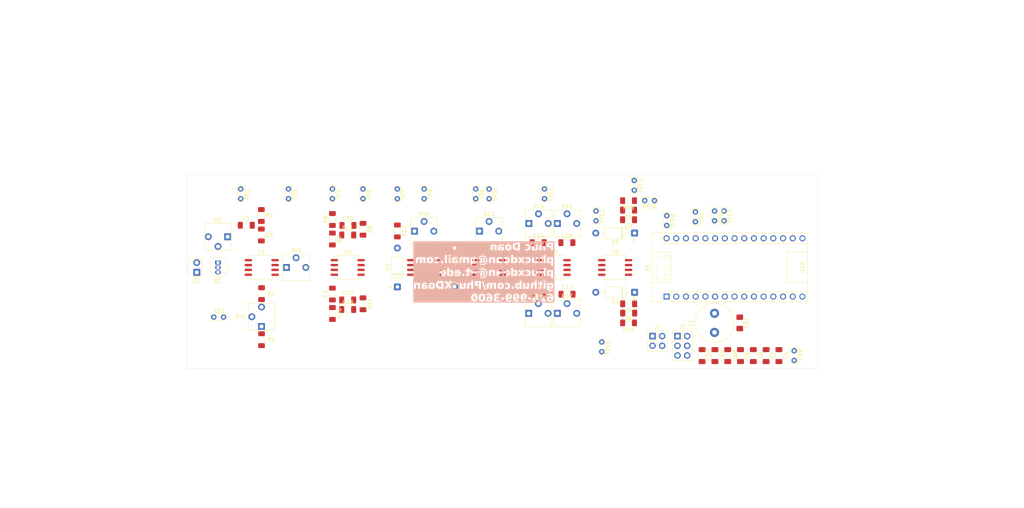
<source format=kicad_pcb>
(kicad_pcb (version 20241229) (generator "pcbnew") (generator_version "9.0")
  (layers (0 "F.Cu" signal) (4 "In1.Cu" power) (6 "In2.Cu" power) (2 "B.Cu" signal) (13 "F.Paste" user) (15 "B.Paste" user) (5 "F.SilkS" user "F.Silkscreen") (7 "B.SilkS" user "B.Silkscreen") (1 "F.Mask" user) (3 "B.Mask" user) (25 "Edge.Cuts" user))
  (net 0 "")
  (net 1 "Net-(D1-A)")
  (net 2 "+5V")
  (net 3 "Net-(Q1-C)")
  (net 4 "GND")
  (net 5 "Net-(U1A-+)")
  (net 6 "Net-(R4-Pad2)")
  (net 7 "Net-(R5-Pad1)")
  (net 8 "Net-(C10-Pad2)")
  (net 9 "Net-(U1B--)")
  (net 10 "Net-(U1A--)")
  (net 11 "Net-(U1B-+)")
  (net 13 "Net-(A1-D4)")
  (net 14 "Net-(A1-D2)")
  (net 21 "Net-(A1-VIN)")
  (net 30 "Net-(A1-D3)")
  (net 39 "Net-(C10-Pad1)")
  (net 40 "Net-(U2A-+)")
  (net 41 "Net-(C12-Pad2)")
  (net 42 "Net-(C12-Pad1)")
  (net 43 "Net-(U2B-+)")
  (net 44 "Net-(R6-Pad2)")
  (net 45 "Net-(D2-A)")
  (net 46 "Net-(D2-K)")
  (net 47 "Net-(D3-A)")
  (net 48 "Net-(U3B-+)")
  (net 49 "Net-(U3A-+)")
  (net 50 "Net-(U4B--)")
  (net 51 "Net-(U4A--)")
  (net 52 "Net-(C14-Pad1)")
  (net 53 "Net-(U5A-+)")
  (net 54 "Net-(C16-Pad1)")
  (net 55 "Net-(U5B-+)")
  (net 56 "Net-(D4-K)")
  (net 57 "Net-(D5-K)")
  (net 58 "Net-(D4-A)")
  (net 59 "Net-(D5-A)")
  (net 60 "Net-(U6B-+)")
  (net 61 "+5VA")
  (net 62 "Net-(J2-Pin_2)")
  (net 63 "Net-(J1-Pin_b1)")
  (net 64 "Net-(J2-Pin_6)")
  (footprint "deps:Trimmer 3362P" (layer "F.Cu") (at 143 89)
    (property "Reference" "R13" (at 0 -4.5 0) (layer "F.SilkS"))
    (property "Value" "100k")
    (pad "" thru_hole circle (at 2.54 0) (size 1.8 1.8) (drill 1) (layers "*.Cu" "*.Mask") (clearance 0) (thermal_bridge_width 0) (thermal_gap 0))
    (pad "1" thru_hole rect (at -2.54 0) (size 1.8 1.8) (drill 1) (layers "*.Cu" "*.Mask") (net 4 "GND") (clearance 0) (thermal_bridge_width 0) (thermal_gap 0))
    (pad "2" thru_hole circle (at 0 -2.54) (size 1.8 1.8) (drill 1) (layers "*.Cu" "*.Mask") (net 48 "Net-(U3B-+)") (clearance 0) (thermal_bridge_width 0) (thermal_gap 0))
  )
  (footprint "Diode_THT:D_A-405_P10.16mm_Horizontal" (layer "F.Cu") (at 181.079999 105 180)
    (property "Reference" "D4" (at 5.08 -2.47 0) (layer "F.SilkS"))
    (property "Value" "1N5817")
    (fp_text user "K" (at 0 -1.9 0) (layer "F.SilkS"))
    (pad "1" thru_hole roundrect (at 0 0 180) (size 1.8 1.8) (drill 0.9) (layers "*.Cu" "*.Mask") (roundrect_rratio 0.138889) (net 56 "Net-(D4-K)"))
    (pad "2" thru_hole circle (at 10.16 0 180) (size 1.8 1.8) (drill 0.9) (layers "*.Cu" "*.Mask") (net 58 "Net-(D4-A)"))
  )
  (footprint "Capacitor_SMD:C_1206_3216Metric_Pad1.33x1.80mm_HandSolder" (layer "F.Cu") (at 163.4 105.5)
    (property "Reference" "C17" (at 0 -1.85 0) (layer "F.SilkS"))
    (property "Value" "4n7")
    (pad "1" smd roundrect (at -1.5625 0) (size 1.325 1.8) (layers "F.Cu" "F.Mask" "F.Paste") (roundrect_rratio 0.188679) (net 55 "Net-(U5B-+)"))
    (pad "2" smd roundrect (at 1.5625 0) (size 1.325 1.8) (layers "F.Cu" "F.Mask" "F.Paste") (roundrect_rratio 0.188679) (net 4 "GND"))
  )
  (footprint "Capacitor_SMD:C_1206_3216Metric_Pad1.33x1.80mm_HandSolder" (layer "F.Cu") (at 179.5 86 180)
    (property "Reference" "C2" (at 0 -1.850001 0) (layer "F.SilkS"))
    (property "Value" "1u")
    (pad "1" smd roundrect (at -1.5625 0 180) (size 1.325 1.8) (layers "F.Cu" "F.Mask" "F.Paste") (roundrect_rratio 0.188679) (net 56 "Net-(D4-K)"))
    (pad "2" smd roundrect (at 1.5625 0 180) (size 1.325 1.8) (layers "F.Cu" "F.Mask" "F.Paste") (roundrect_rratio 0.188679) (net 4 "GND"))
  )
  (footprint "deps:Trimmer 3362P" (layer "F.Cu") (at 163.4 87)
    (property "Reference" "R15" (at 0 -4.5 0) (layer "F.SilkS"))
    (property "Value" "100k")
    (pad "" thru_hole circle (at 2.54 0) (size 1.8 1.8) (drill 1) (layers "*.Cu" "*.Mask") (clearance 0) (thermal_bridge_width 0) (thermal_gap 0))
    (pad "1" thru_hole rect (at -2.54 0) (size 1.8 1.8) (drill 1) (layers "*.Cu" "*.Mask") (net 52 "Net-(C14-Pad1)") (clearance 0) (thermal_bridge_width 0) (thermal_gap 0))
    (pad "2" thru_hole circle (at 0 -2.54) (size 1.8 1.8) (drill 1) (layers "*.Cu" "*.Mask") (net 53 "Net-(U5A-+)") (clearance 0) (thermal_bridge_width 0) (thermal_gap 0))
  )
  (footprint "TestPoint:TestPoint_Bridge_Pitch2.54mm_Drill0.7mm" (layer "F.Cu") (at 143 80.5 90)
    (property "Reference" "TP10" (at 1.1 1.7 90) (layer "F.SilkS"))
    (property "Value" "TestPoint")
    (pad "1" thru_hole circle (at 0 0 90) (size 1.4 1.4) (drill 0.7) (layers "*.Cu" "*.Mask") (net 48 "Net-(U3B-+)"))
    (pad "1" thru_hole circle (at 2.54 0 90) (size 1.4 1.4) (drill 0.7) (layers "*.Cu" "*.Mask") (net 48 "Net-(U3B-+)"))
  )
  (footprint "Resistor_SMD:R_1206_3216Metric_Pad1.30x1.75mm_HandSolder" (layer "F.Cu") (at 119 88.949999 -90)
    (property "Reference" "R12" (at 0 -1.829999 90) (layer "F.SilkS"))
    (property "Value" "1k")
    (pad "1" smd roundrect (at -1.55 0 270) (size 1.3 1.75) (layers "F.Cu" "F.Mask" "F.Paste") (roundrect_rratio 0.192308) (net 41 "Net-(C12-Pad2)"))
    (pad "2" smd roundrect (at 1.55 0 270) (size 1.3 1.75) (layers "F.Cu" "F.Mask" "F.Paste") (roundrect_rratio 0.192308) (net 45 "Net-(D2-A)"))
  )
  (footprint "Capacitor_SMD:C_1206_3216Metric_Pad1.33x1.80mm_HandSolder" (layer "F.Cu") (at 202.1 121.5625 -90)
    (property "Reference" "C19" (at 0 -1.850001 90) (layer "F.SilkS"))
    (property "Value" "10n")
    (pad "1" smd roundrect (at -1.5625 0 270) (size 1.325 1.8) (layers "F.Cu" "F.Mask" "F.Paste") (roundrect_rratio 0.188679) (net 61 "+5VA"))
    (pad "2" smd roundrect (at 1.5625 0 270) (size 1.325 1.8) (layers "F.Cu" "F.Mask" "F.Paste") (roundrect_rratio 0.188679) (net 4 "GND"))
  )
  (footprint "Capacitor_SMD:C_1206_3216Metric_Pad1.33x1.80mm_HandSolder" (layer "F.Cu") (at 212.150002 121.5625 -90)
    (property "Reference" "C8" (at 0 -1.850001 90) (layer "F.SilkS"))
    (property "Value" "470n")
    (pad "1" smd roundrect (at -1.5625 0 270) (size 1.325 1.8) (layers "F.Cu" "F.Mask" "F.Paste") (roundrect_rratio 0.188679) (net 61 "+5VA"))
    (pad "2" smd roundrect (at 1.5625 0 270) (size 1.325 1.8) (layers "F.Cu" "F.Mask" "F.Paste") (roundrect_rratio 0.188679) (net 4 "GND"))
  )
  (footprint "deps:Trimmer 3362P" (layer "F.Cu") (at 163.4 110.5)
    (property "Reference" "R17" (at 0 -4.5 0) (layer "F.SilkS"))
    (property "Value" "100k")
    (pad "" thru_hole circle (at 2.54 0) (size 1.8 1.8) (drill 1) (layers "*.Cu" "*.Mask") (clearance 0) (thermal_bridge_width 0) (thermal_gap 0))
    (pad "1" thru_hole rect (at -2.54 0) (size 1.8 1.8) (drill 1) (layers "*.Cu" "*.Mask") (net 54 "Net-(C16-Pad1)") (clearance 0) (thermal_bridge_width 0) (thermal_gap 0))
    (pad "2" thru_hole circle (at 0 -2.54) (size 1.8 1.8) (drill 1) (layers "*.Cu" "*.Mask") (net 55 "Net-(U5B-+)") (clearance 0) (thermal_bridge_width 0) (thermal_gap 0))
  )
  (footprint "Capacitor_SMD:C_1206_3216Metric_Pad1.33x1.80mm_HandSolder" (layer "F.Cu") (at 106.0625 87.5)
    (property "Reference" "C10" (at 0 -1.85 0) (layer "F.SilkS"))
    (property "Value" "4n7")
    (pad "1" smd roundrect (at -1.5625 0) (size 1.325 1.8) (layers "F.Cu" "F.Mask" "F.Paste") (roundrect_rratio 0.188679) (net 39 "Net-(C10-Pad1)"))
    (pad "2" smd roundrect (at 1.5625 0) (size 1.325 1.8) (layers "F.Cu" "F.Mask" "F.Paste") (roundrect_rratio 0.188679) (net 8 "Net-(C10-Pad2)"))
  )
  (footprint "Package_SO:SOIC-8_5.3x6.2mm_P1.27mm" (layer "F.Cu") (at 83.5 98.500001)
    (property "Reference" "U1" (at 0 -4.05 0) (layer "F.SilkS"))
    (property "Value" "LM358")
    (pad "1" smd roundrect (at -3.5 -1.905) (size 1.9 0.6) (layers "F.Cu" "F.Mask" "F.Paste") (net 10 "Net-(U1A--)"))
    (pad "2" smd roundrect (at -3.5 -0.635) (size 1.9 0.6) (layers "F.Cu" "F.Mask" "F.Paste") (net 10 "Net-(U1A--)"))
    (pad "3" smd roundrect (at -3.5 0.635) (size 1.9 0.6) (layers "F.Cu" "F.Mask" "F.Paste") (net 5 "Net-(U1A-+)"))
    (pad "4" smd roundrect (at -3.5 1.905) (size 1.9 0.6) (layers "F.Cu" "F.Mask" "F.Paste") (net 4 "GND"))
    (pad "5" smd roundrect (at 3.5 1.905) (size 1.9 0.6) (layers "F.Cu" "F.Mask" "F.Paste") (net 11 "Net-(U1B-+)"))
    (pad "6" smd roundrect (at 3.5 0.635) (size 1.9 0.6) (layers "F.Cu" "F.Mask" "F.Paste") (net 9 "Net-(U1B--)"))
    (pad "7" smd roundrect (at 3.5 -0.635) (size 1.9 0.6) (layers "F.Cu" "F.Mask" "F.Paste") (net 44 "Net-(R6-Pad2)"))
    (pad "8" smd roundrect (at 3.5 -1.905) (size 1.9 0.6) (layers "F.Cu" "F.Mask" "F.Paste") (net 61 "+5VA"))
  )
  (footprint "Capacitor_SMD:C_1206_3216Metric_Pad1.33x1.80mm_HandSolder" (layer "F.Cu") (at 155.9 105.5)
    (property "Reference" "C16" (at 0 -1.85 0) (layer "F.SilkS"))
    (property "Value" "1u")
    (pad "1" smd roundrect (at -1.5625 0) (size 1.325 1.8) (layers "F.Cu" "F.Mask" "F.Paste") (roundrect_rratio 0.188679) (net 54 "Net-(C16-Pad1)"))
    (pad "2" smd roundrect (at 1.5625 0) (size 1.325 1.8) (layers "F.Cu" "F.Mask" "F.Paste") (roundrect_rratio 0.188679) (net 59 "Net-(D5-A)"))
  )
  (footprint "Resistor_SMD:R_1206_3216Metric_Pad1.30x1.75mm_HandSolder" (layer "F.Cu") (at 110 108 -90)
    (property "Reference" "R11" (at 0 -1.829999 90) (layer "F.SilkS"))
    (property "Value" "33k")
    (pad "1" smd roundrect (at -1.55 0 270) (size 1.3 1.75) (layers "F.Cu" "F.Mask" "F.Paste") (roundrect_rratio 0.192308) (net 41 "Net-(C12-Pad2)"))
    (pad "2" smd roundrect (at 1.55 0 270) (size 1.3 1.75) (layers "F.Cu" "F.Mask" "F.Paste") (roundrect_rratio 0.192308) (net 43 "Net-(U2B-+)"))
  )
  (footprint "TestPoint:TestPoint_Bridge_Pitch2.54mm_Drill0.7mm" (layer "F.Cu") (at 204.5 86.27 90)
    (property "Reference" "TP17" (at 1.1 1.7 90) (layer "F.SilkS"))
    (property "Value" "TestPoint")
    (pad "1" thru_hole circle (at 0 0 90) (size 1.4 1.4) (drill 0.7) (layers "*.Cu" "*.Mask") (net 13 "Net-(A1-D4)"))
    (pad "1" thru_hole circle (at 2.54 0 90) (size 1.4 1.4) (drill 0.7) (layers "*.Cu" "*.Mask") (net 13 "Net-(A1-D4)"))
  )
  (footprint "Inductor_THT:L_Radial_D10.0mm_P5.00mm_Neosid_SD12k_style3" (layer "F.Cu") (at 202 115.5 90)
    (property "Reference" "L1" (at 2.5 -6.249999 90) (layer "F.SilkS"))
    (property "Value" "20m")
    (pad "1" thru_hole circle (at 0 0 90) (size 2.4 2.4) (drill 1.2) (layers "*.Cu" "*.Mask") (net 61 "+5VA"))
    (pad "2" thru_hole circle (at 5 0 90) (size 2.4 2.4) (drill 1.2) (layers "*.Cu" "*.Mask") (net 64 "Net-(J2-Pin_6)"))
  )
  (footprint "TestPoint:TestPoint_Bridge_Pitch2.54mm_Drill0.7mm" (layer "F.Cu") (at 189.5 87.5 90)
    (property "Reference" "TP18" (at 1.1 1.7 90) (layer "F.SilkS"))
    (property "Value" "TestPoint")
    (pad "1" thru_hole circle (at 0 0 90) (size 1.4 1.4) (drill 0.7) (layers "*.Cu" "*.Mask") (net 21 "Net-(A1-VIN)"))
    (pad "1" thru_hole circle (at 2.54 0 90) (size 1.4 1.4) (drill 0.7) (layers "*.Cu" "*.Mask") (net 21 "Net-(A1-VIN)"))
  )
  (footprint "Capacitor_SMD:C_1206_3216Metric_Pad1.33x1.80mm_HandSolder" (layer "F.Cu") (at 179.5 83.5 180)
    (property "Reference" "C3" (at 0 -1.850001 0) (layer "F.SilkS"))
    (property "Value" "1u")
    (pad "1" smd roundrect (at -1.5625 0 180) (size 1.325 1.8) (layers "F.Cu" "F.Mask" "F.Paste") (roundrect_rratio 0.188679) (net 56 "Net-(D4-K)"))
    (pad "2" smd roundrect (at 1.5625 0 180) (size 1.325 1.8) (layers "F.Cu" "F.Mask" "F.Paste") (roundrect_rratio 0.188679) (net 4 "GND"))
  )
  (footprint "Capacitor_SMD:C_1206_3216Metric_Pad1.33x1.80mm_HandSolder" (layer "F.Cu") (at 106 107)
    (property "Reference" "C12" (at 0 -1.85 0) (layer "F.SilkS"))
    (property "Value" "4n7")
    (pad "1" smd roundrect (at -1.5625 0) (size 1.325 1.8) (layers "F.Cu" "F.Mask" "F.Paste") (roundrect_rratio 0.188679) (net 42 "Net-(C12-Pad1)"))
    (pad "2" smd roundrect (at 1.5625 0) (size 1.325 1.8) (layers "F.Cu" "F.Mask" "F.Paste") (roundrect_rratio 0.188679) (net 41 "Net-(C12-Pad2)"))
  )
  (footprint "TestPoint:TestPoint_Bridge_Pitch2.54mm_Drill0.7mm" (layer "F.Cu") (at 183.73 81)
    (property "Reference" "TP14" (at 1.1 1.7 0) (layer "F.SilkS"))
    (property "Value" "TestPoint")
    (pad "1" thru_hole circle (at 0 0) (size 1.4 1.4) (drill 0.7) (layers "*.Cu" "*.Mask") (net 56 "Net-(D4-K)"))
    (pad "1" thru_hole circle (at 2.54 0) (size 1.4 1.4) (drill 0.7) (layers "*.Cu" "*.Mask") (net 56 "Net-(D4-K)"))
  )
  (footprint "Inductor_SMD:L_1206_3216Metric_Pad1.42x1.75mm_HandSolder" (layer "F.Cu") (at 208.6 113 -90)
    (property "Reference" "FB1" (at 0 -1.829999 90) (layer "F.SilkS"))
    (property "Value" "100R @ 100MHz")
    (pad "1" smd roundrect (at -1.4875 0 270) (size 1.425 1.75) (layers "F.Cu" "F.Mask" "F.Paste") (roundrect_rratio 0.175439) (net 62 "Net-(J2-Pin_2)"))
    (pad "2" smd roundrect (at 1.4875 0 270) (size 1.425 1.75) (layers "F.Cu" "F.Mask" "F.Paste") (roundrect_rratio 0.175439) (net 61 "+5VA"))
  )
  (footprint "Package_SO:SOIC-8_5.3x6.2mm_P1.27mm" (layer "F.Cu") (at 126 98.5)
    (property "Reference" "U3" (at 0 -4.05 0) (layer "F.SilkS"))
    (property "Value" "LM358")
    (pad "1" smd roundrect (at -3.5 -1.905) (size 1.9 0.6) (layers "F.Cu" "F.Mask" "F.Paste") (net 46 "Net-(D2-K)"))
    (pad "2" smd roundrect (at -3.5 -0.635) (size 1.9 0.6) (layers "F.Cu" "F.Mask" "F.Paste") (net 45 "Net-(D2-A)"))
    (pad "3" smd roundrect (at -3.5 0.635) (size 1.9 0.6) (layers "F.Cu" "F.Mask" "F.Paste") (net 49 "Net-(U3A-+)"))
    (pad "4" smd roundrect (at -3.5 1.905) (size 1.9 0.6) (layers "F.Cu" "F.Mask" "F.Paste") (net 4 "GND"))
    (pad "5" smd roundrect (at 3.5 1.905) (size 1.9 0.6) (layers "F.Cu" "F.Mask" "F.Paste") (net 48 "Net-(U3B-+)"))
    (pad "6" smd roundrect (at 3.5 0.635) (size 1.9 0.6) (layers "F.Cu" "F.Mask" "F.Paste") (net 45 "Net-(D2-A)"))
    (pad "7" smd roundrect (at 3.5 -0.635) (size 1.9 0.6) (layers "F.Cu" "F.Mask" "F.Paste") (net 47 "Net-(D3-A)"))
    (pad "8" smd roundrect (at 3.5 -1.905) (size 1.9 0.6) (layers "F.Cu" "F.Mask" "F.Paste") (net 61 "+5VA"))
  )
  (footprint "Capacitor_SMD:C_1206_3216Metric_Pad1.33x1.80mm_HandSolder" (layer "F.Cu") (at 198.750001 121.5625 -90)
    (property "Reference" "C20" (at 0 -1.850001 90) (layer "F.SilkS"))
    (property "Value" "1n")
    (pad "1" smd roundrect (at -1.5625 0 270) (size 1.325 1.8) (layers "F.Cu" "F.Mask" "F.Paste") (roundrect_rratio 0.188679) (net 61 "+5VA"))
    (pad "2" smd roundrect (at 1.5625 0 270) (size 1.325 1.8) (layers "F.Cu" "F.Mask" "F.Paste") (roundrect_rratio 0.188679) (net 4 "GND"))
  )
  (footprint "TestPoint:TestPoint_Bridge_Pitch2.54mm_Drill0.7mm" (layer "F.Cu") (at 102 80.5 90)
    (property "Reference" "TP4" (at 1.1 1.7 90) (layer "F.SilkS"))
    (property "Value" "TestPoint")
    (pad "1" thru_hole circle (at 0 0 90) (size 1.4 1.4) (drill 0.7) (layers "*.Cu" "*.Mask") (net 44 "Net-(R6-Pad2)"))
    (pad "1" thru_hole circle (at 2.54 0 90) (size 1.4 1.4) (drill 0.7) (layers "*.Cu" "*.Mask") (net 44 "Net-(R6-Pad2)"))
  )
  (footprint "TestPoint:TestPoint_Bridge_Pitch2.54mm_Drill0.7mm" (layer "F.Cu") (at 90.5 80.5 90)
    (property "Reference" "TP3" (at 1.1 1.7 90) (layer "F.SilkS"))
    (property "Value" "TestPoint")
    (pad "1" thru_hole circle (at 0 0 90) (size 1.4 1.4) (drill 0.7) (layers "*.Cu" "*.Mask") (net 10 "Net-(U1A--)"))
    (pad "1" thru_hole circle (at 2.54 0 90) (size 1.4 1.4) (drill 0.7) (layers "*.Cu" "*.Mask") (net 10 "Net-(U1A--)"))
  )
  (footprint "TestPoint:TestPoint_Bridge_Pitch2.54mm_Drill0.7mm" (layer "F.Cu") (at 172.5 120.54 90)
    (property "Reference" "TP15" (at 1.1 1.7 90) (layer "F.SilkS"))
    (property "Value" "TestPoint")
    (pad "1" thru_hole circle (at 0 0 90) (size 1.4 1.4) (drill 0.7) (layers "*.Cu" "*.Mask") (net 14 "Net-(A1-D2)"))
    (pad "1" thru_hole circle (at 2.54 0 90) (size 1.4 1.4) (drill 0.7) (layers "*.Cu" "*.Mask") (net 14 "Net-(A1-D2)"))
  )
  (footprint "Resistor_SMD:R_1206_3216Metric_Pad1.30x1.75mm_HandSolder" (layer "F.Cu") (at 179.5 113 180)
    (property "Reference" "R19" (at 0 -1.829999 0) (layer "F.SilkS"))
    (property "Value" "100k")
    (pad "1" smd roundrect (at -1.55 0 180) (size 1.3 1.75) (layers "F.Cu" "F.Mask" "F.Paste") (roundrect_rratio 0.192308) (net 57 "Net-(D5-K)"))
    (pad "2" smd roundrect (at 1.55 0 180) (size 1.3 1.75) (layers "F.Cu" "F.Mask" "F.Paste") (roundrect_rratio 0.192308) (net 4 "GND"))
  )
  (footprint "Diode_THT:D_A-405_P10.16mm_Horizontal" (layer "F.Cu") (at 119 103.58 90)
    (property "Reference" "D2" (at 5.08 -2.47 90) (layer "F.SilkS"))
    (property "Value" "1N5817")
    (fp_text user "K" (at 0 -1.9 90) (layer "F.SilkS"))
    (pad "1" thru_hole roundrect (at 0 0 90) (size 1.8 1.8) (drill 0.9) (layers "*.Cu" "*.Mask") (roundrect_rratio 0.138889) (net 46 "Net-(D2-K)"))
    (pad "2" thru_hole circle (at 10.16 0 90) (size 1.8 1.8) (drill 0.9) (layers "*.Cu" "*.Mask") (net 45 "Net-(D2-A)"))
  )
  (footprint "Resistor_SMD:R_1206_3216Metric_Pad1.30x1.75mm_HandSolder" (layer "F.Cu") (at 102 91.050001 -90)
    (property "Reference" "R7" (at 0 -1.829999 90) (layer "F.SilkS"))
    (property "Value" "15k")
    (pad "1" smd roundrect (at -1.55 0 270) (size 1.3 1.75) (layers "F.Cu" "F.Mask" "F.Paste") (roundrect_rratio 0.192308) (net 39 "Net-(C10-Pad1)"))
    (pad "2" smd roundrect (at 1.55 0 270) (size 1.3 1.75) (layers "F.Cu" "F.Mask" "F.Paste") (roundrect_rratio 0.192308) (net 4 "GND"))
  )
  (footprint "deps:Arduino_Nano" (layer "F.Cu") (at 189.45 106.11 90)
    (property "Reference" "A1" (at 7.62 -5.08 90) (layer "F.SilkS"))
    (property "Value" "Arduino_Nano_v3.x")
    (fp_text user "USB" (at 7.62 35.56 90) (layer "F.SilkS"))
    (pad "1" thru_hole rect (at 0 0 90) (size 1.6 1.6) (drill 1) (layers "*.Cu" "*.Mask"))
    (pad "2" thru_hole oval (at 0 2.54 90) (size 1.6 1.6) (drill 1) (layers "*.Cu" "*.Mask"))
    (pad "3" thru_hole oval (at 0 5.08 90) (size 1.6 1.6) (drill 1) (layers "*.Cu" "*.Mask"))
    (pad "4" thru_hole oval (at 0 7.62 90) (size 1.6 1.6) (drill 1) (layers "*.Cu" "*.Mask") (net 4 "GND"))
    (pad "5" thru_hole oval (at 0 10.16 90) (size 1.6 1.6) (drill 1) (layers "*.Cu" "*.Mask") (net 14 "Net-(A1-D2)"))
    (pad "6" thru_hole oval (at 0 12.7 90) (size 1.6 1.6) (drill 1) (layers "*.Cu" "*.Mask") (net 30 "Net-(A1-D3)"))
    (pad "7" thru_hole oval (at 0 15.24 90) (size 1.6 1.6) (drill 1) (layers "*.Cu" "*.Mask") (net 13 "Net-(A1-D4)"))
    (pad "8" thru_hole oval (at 0 17.78 90) (size 1.6 1.6) (drill 1) (layers "*.Cu" "*.Mask"))
    (pad "9" thru_hole oval (at 0 20.32 90) (size 1.6 1.6) (drill 1) (layers "*.Cu" "*.Mask"))
    (pad "10" thru_hole oval (at 0 22.86 90) (size 1.6 1.6) (drill 1) (layers "*.Cu" "*.Mask"))
    (pad "11" thru_hole oval (at 0 25.4 90) (size 1.6 1.6) (drill 1) (layers "*.Cu" "*.Mask"))
    (pad "12" thru_hole oval (at 0 27.94 90) (size 1.6 1.6) (drill 1) (layers "*.Cu" "*.Mask"))
    (pad "13" thru_hole oval (at 0 30.48 90) (size 1.6 1.6) (drill 1) (layers "*.Cu" "*.Mask"))
    (pad "14" thru_hole oval (at 0 33.02 90) (size 1.6 1.6) (drill 1) (layers "*.Cu" "*.Mask"))
    (pad "15" thru_hole oval (at 0 35.56 90) (size 1.6 1.6) (drill 1) (layers "*.Cu" "*.Mask"))
    (pad "16" thru_hole oval (at 15.24 35.56 90) (size 1.6 1.6) (drill 1) (layers "*.Cu" "*.Mask"))
    (pad "17" thru_hole oval (at 15.24 33.02 90) (size 1.6 1.6) (drill 1) (layers "*.Cu" "*.Mask"))
    (pad "18" thru_hole oval (at 15.24 30.48 90) (size 1.6 1.6) (drill 1) (layers "*.Cu" "*.Mask"))
    (pad "19" thru_hole oval (at 15.24 27.94 90) (size 1.6 1.6) (drill 1) (layers "*.Cu" "*.Mask"))
    (pad "20" thru_hole oval (at 15.24 25.4 90) (size 1.6 1.6) (drill 1) (layers "*.Cu" "*.Mask"))
    (pad "21" thru_hole oval (at 15.24 22.86 90) (size 1.6 1.6) (drill 1) (layers "*.Cu" "*.Mask"))
    (pad "22" thru_hole oval (at 15.24 20.32 90) (size 1.6 1.6) (drill 1) (layers "*.Cu" "*.Mask"))
    (pad "23" thru_hole oval (at 15.24 17.78 90) (size 1.6 1.6) (drill 1) (layers "*.Cu" "*.Mask"))
    (pad "24" thru_hole oval (at 15.24 15.24 90) (size 1.6 1.6) (drill 1) (layers "*.Cu" "*.Mask"))
    (pad "25" thru_hole oval (at 15.24 12.7 90) (size 1.6 1.6) (drill 1) (layers "*.Cu" "*.Mask"))
    (pad "26" thru_hole oval (at 15.24 10.16 90) (size 1.6 1.6) (drill 1) (layers "*.Cu" "*.Mask"))
    (pad "27" thru_hole oval (at 15.24 7.62 90) (size 1.6 1.6) (drill 1) (layers "*.Cu" "*.Mask") (net 2 "+5V"))
    (pad "28" thru_hole oval (at 15.24 5.08 90) (size 1.6 1.6) (drill 1) (layers "*.Cu" "*.Mask"))
    (pad "29" thru_hole oval (at 15.24 2.54 90) (size 1.6 1.6) (drill 1) (layers "*.Cu" "*.Mask") (net 4 "GND"))
    (pad "30" thru_hole oval (at 15.24 0 90) (size 1.6 1.6) (drill 1) (layers "*.Cu" "*.Mask") (net 21 "Net-(A1-VIN)"))
  )
  (footprint "TestPoint:TestPoint_Bridge_Pitch2.54mm_Drill0.7mm" (layer "F.Cu") (at 171 86.270001 90)
    (property "Reference" "TP12" (at 1.1 1.7 90) (layer "F.SilkS"))
    (property "Value" "TestPoint")
    (pad "1" thru_hole circle (at 0 0 90) (size 1.4 1.4) (drill 0.7) (layers "*.Cu" "*.Mask") (net 59 "Net-(D5-A)"))
    (pad "1" thru_hole circle (at 2.54 0 90) (size 1.4 1.4) (drill 0.7) (layers "*.Cu" "*.Mask") (net 59 "Net-(D5-A)"))
  )
  (footprint "Capacitor_SMD:C_1206_3216Metric_Pad1.33x1.80mm_HandSolder" (layer "F.Cu") (at 106 90)
    (property "Reference" "C11" (at 0 -1.85 0) (layer "F.SilkS"))
    (property "Value" "4n7")
    (pad "1" smd roundrect (at -1.5625 0) (size 1.325 1.8) (layers "F.Cu" "F.Mask" "F.Paste") (roundrect_rratio 0.188679) (net 39 "Net-(C10-Pad1)"))
    (pad "2" smd roundrect (at 1.5625 0) (size 1.325 1.8) (layers "F.Cu" "F.Mask" "F.Paste") (roundrect_rratio 0.188679) (net 40 "Net-(U2A-+)"))
  )
  (footprint "Package_SO:SOIC-8_5.3x6.2mm_P1.27mm" (layer "F.Cu") (at 159.9 98.5)
    (property "Reference" "U5" (at 0 -4.05 0) (layer "F.SilkS"))
    (property "Value" "LM358")
    (pad "1" smd roundrect (at -3.5 -1.905) (size 1.9 0.6) (layers "F.Cu" "F.Mask" "F.Paste") (net 58 "Net-(D4-A)"))
    (pad "2" smd roundrect (at -3.5 -0.635) (size 1.9 0.6) (layers "F.Cu" "F.Mask" "F.Paste") (net 58 "Net-(D4-A)"))
    (pad "3" smd roundrect (at -3.5 0.635) (size 1.9 0.6) (layers "F.Cu" "F.Mask" "F.Paste") (net 53 "Net-(U5A-+)"))
    (pad "4" smd roundrect (at -3.5 1.905) (size 1.9 0.6) (layers "F.Cu" "F.Mask" "F.Paste") (net 4 "GND"))
    (pad "5" smd roundrect (at 3.5 1.905) (size 1.9 0.6) (layers "F.Cu" "F.Mask" "F.Paste") (net 55 "Net-(U5B-+)"))
    (pad "6" smd roundrect (at 3.5 0.635) (size 1.9 0.6) (layers "F.Cu" "F.Mask" "F.Paste") (net 59 "Net-(D5-A)"))
    (pad "7" smd roundrect (at 3.5 -0.635) (size 1.9 0.6) (layers "F.Cu" "F.Mask" "F.Paste") (net 59 "Net-(D5-A)"))
    (pad "8" smd roundrect (at 3.5 -1.905) (size 1.9 0.6) (layers "F.Cu" "F.Mask" "F.Paste") (net 61 "+5VA"))
  )
  (footprint "deps:LTR-516AD" (layer "F.Cu") (at 66.5 98.5 -90)
    (property "Reference" "D1" (at 3.5 0 0) (layer "F.SilkS"))
    (property "Value" "IR1503")
    (pad "1" thru_hole rect (at 1.27 0 270) (size 1.8 1.8) (drill 1) (layers "*.Cu" "*.Mask") (net 61 "+5VA") (clearance 0) (thermal_bridge_width 0) (thermal_gap 0))
    (pad "2" thru_hole circle (at -1.27 0 270) (size 1.8 1.8) (drill 1) (layers "*.Cu" "*.Mask") (net 1 "Net-(D1-A)") (clearance 0) (thermal_bridge_width 0) (thermal_gap 0))
  )
  (footprint "TestPoint:TestPoint_Bridge_Pitch2.54mm_Drill0.7mm" (layer "F.Cu") (at 126 80.5 90)
    (property "Reference" "TP9" (at 1.1 1.7 90) (layer "F.SilkS"))
    (property "Value" "TestPoint")
    (pad "1" thru_hole circle (at 0 0 90) (size 1.4 1.4) (drill 0.7) (layers "*.Cu" "*.Mask") (net 49 "Net-(U3A-+)"))
    (pad "1" thru_hole circle (at 2.54 0 90) (size 1.4 1.4) (drill 0.7) (layers "*.Cu" "*.Mask") (net 49 "Net-(U3A-+)"))
  )
  (footprint "Resistor_SMD:R_1206_3216Metric_Pad1.30x1.75mm_HandSolder" (layer "F.Cu") (at 83.4 90 -90)
    (property "Reference" "R3" (at 0 -2.0625 0) (layer "F.SilkS"))
    (property "Value" "1M")
    (pad "1" smd roundrect (at -1.55 0 270) (size 1.3 1.75) (layers "F.Cu" "F.Mask" "F.Paste") (roundrect_rratio 0.192308) (net 5 "Net-(U1A-+)"))
    (pad "2" smd roundrect (at 1.55 0 270) (size 1.3 1.75) (layers "F.Cu" "F.Mask" "F.Paste") (roundrect_rratio 0.192308) (net 4 "GND"))
  )
  (footprint "Resistor_SMD:R_1206_3216Metric_Pad1.30x1.75mm_HandSolder" (layer "F.Cu") (at 102 85.949999 90)
    (property "Reference" "R6" (at 0 -1.829999 90) (layer "F.SilkS"))
    (property "Value" "15k")
    (pad "1" smd roundrect (at -1.55 0 90) (size 1.3 1.75) (layers "F.Cu" "F.Mask" "F.Paste") (roundrect_rratio 0.192308) (net 39 "Net-(C10-Pad1)"))
    (pad "2" smd roundrect (at 1.55 0 90) (size 1.3 1.75) (layers "F.Cu" "F.Mask" "F.Paste") (roundrect_rratio 0.192308) (net 44 "Net-(R6-Pad2)"))
  )
  (footprint "Capacitor_SMD:C_1206_3216Metric_Pad1.33x1.80mm_HandSolder" (layer "F.Cu") (at 205.450001 121.5625 -90)
    (property "Reference" "C18" (at 0 -1.850001 90) (layer "F.SilkS"))
    (property "Value" "47n")
    (pad "1" smd roundrect (at -1.5625 0 270) (size 1.325 1.8) (layers "F.Cu" "F.Mask" "F.Paste") (roundrect_rratio 0.188679) (net 61 "+5VA"))
    (pad "2" smd roundrect (at 1.5625 0 270) (size 1.325 1.8) (layers "F.Cu" "F.Mask" "F.Paste") (roundrect_rratio 0.188679) (net 4 "GND"))
  )
  (footprint "Package_SO:SOIC-8_5.3x6.2mm_P1.27mm" (layer "F.Cu") (at 106 98.5)
    (property "Reference" "U2" (at 0 -4.05 0) (layer "F.SilkS"))
    (property "Value" "LM358")
    (pad "1" smd roundrect (at -3.5 -1.905) (size 1.9 0.6) (layers "F.Cu" "F.Mask" "F.Paste") (net 8 "Net-(C10-Pad2)"))
    (pad "2" smd roundrect (at -3.5 -0.635) (size 1.9 0.6) (layers "F.Cu" "F.Mask" "F.Paste") (net 11 "Net-(U1B-+)"))
    (pad "3" smd roundrect (at -3.5 0.635) (size 1.9 0.6) (layers "F.Cu" "F.Mask" "F.Paste") (net 40 "Net-(U2A-+)"))
    (pad "4" smd roundrect (at -3.5 1.905) (size 1.9 0.6) (layers "F.Cu" "F.Mask" "F.Paste") (net 4 "GND"))
    (pad "5" smd roundrect (at 3.5 1.905) (size 1.9 0.6) (layers "F.Cu" "F.Mask" "F.Paste") (net 43 "Net-(U2B-+)"))
    (pad "6" smd roundrect (at 3.5 0.635) (size 1.9 0.6) (layers "F.Cu" "F.Mask" "F.Paste") (net 11 "Net-(U1B-+)"))
    (pad "7" smd roundrect (at 3.5 -0.635) (size 1.9 0.6) (layers "F.Cu" "F.Mask" "F.Paste") (net 41 "Net-(C12-Pad2)"))
    (pad "8" smd roundrect (at 3.5 -1.905) (size 1.9 0.6) (layers "F.Cu" "F.Mask" "F.Paste") (net 61 "+5VA"))
  )
  (footprint "Resistor_SMD:R_1206_3216Metric_Pad1.30x1.75mm_HandSolder" (layer "F.Cu") (at 83.45 105.350001 -90)
    (property "Reference" "R4" (at 0 -2.5 0) (layer "F.SilkS"))
    (property "Value" "680")
    (pad "1" smd roundrect (at -1.55 0 270) (size 1.3 1.75) (layers "F.Cu" "F.Mask" "F.Paste") (roundrect_rratio 0.192308) (net 61 "+5VA"))
    (pad "2" smd roundrect (at 1.55 0 270) (size 1.3 1.75) (layers "F.Cu" "F.Mask" "F.Paste") (roundrect_rratio 0.192308) (net 6 "Net-(R4-Pad2)"))
  )
  (footprint "Resistor_SMD:R_1206_3216Metric_Pad1.30x1.75mm_HandSolder" (layer "F.Cu") (at 83.45 117.400001 -90)
    (property "Reference" "R5" (at 0 -2.5 0) (layer "F.SilkS"))
    (property "Value" "330")
    (pad "1" smd roundrect (at -1.55 0 270) (size 1.3 1.75) (layers "F.Cu" "F.Mask" "F.Paste") (roundrect_rratio 0.192308) (net 7 "Net-(R5-Pad1)"))
    (pad "2" smd roundrect (at 1.55 0 270) (size 1.3 1.75) (layers "F.Cu" "F.Mask" "F.Paste") (roundrect_rratio 0.192308) (net 4 "GND"))
  )
  (footprint "TestPoint:TestPoint_Bridge_Pitch2.54mm_Drill0.7mm" (layer "F.Cu") (at 78 80.5 90)
    (property "Reference" "TP2" (at 1.1 1.7 90) (layer "F.SilkS"))
    (property "Value" "TestPoint")
    (pad "1" thru_hole circle (at 0 0 90) (size 1.4 1.4) (drill 0.7) (layers "*.Cu" "*.Mask") (net 3 "Net-(Q1-C)"))
    (pad "1" thru_hole circle (at 2.54 0 90) (size 1.4 1.4) (drill 0.7) (layers "*.Cu" "*.Mask") (net 3 "Net-(Q1-C)"))
  )
  (footprint "TestPoint:TestPoint_Bridge_Pitch2.54mm_Drill0.7mm" (layer "F.Cu") (at 197 86.5 90)
    (property "Reference" "TP1" (at 1.1 1.7 90) (layer "F.SilkS"))
    (property "Value" "TestPoint")
    (pad "1" thru_hole circle (at 0 0 90) (size 1.4 1.4) (drill 0.7) (layers "*.Cu" "*.Mask") (net 2 "+5V"))
    (pad "1" thru_hole circle (at 2.54 0 90) (size 1.4 1.4) (drill 0.7) (layers "*.Cu" "*.Mask") (net 2 "+5V"))
  )
  (footprint "TestPoint:TestPoint_Bridge_Pitch2.54mm_Drill0.7mm" (layer "F.Cu") (at 157.5 80.5 90)
    (property "Reference" "TP11" (at 1.1 1.7 90) (layer "F.SilkS"))
    (property "Value" "TestPoint")
    (pad "1" thru_hole circle (at 0 0 90) (size 1.4 1.4) (drill 0.7) (layers "*.Cu" "*.Mask") (net 58 "Net-(D4-A)"))
    (pad "1" thru_hole circle (at 2.54 0 90) (size 1.4 1.4) (drill 0.7) (layers "*.Cu" "*.Mask") (net 58 "Net-(D4-A)"))
  )
  (footprint "TestPoint:TestPoint_Bridge_Pitch2.54mm_Drill0.7mm" (layer "F.Cu") (at 139.5 80.5 90)
    (property "Reference" "TP8" (at 1.1 1.7 90) (layer "F.SilkS"))
    (property "Value" "TestPoint")
    (pad "1" thru_hole circle (at 0 0 90) (size 1.4 1.4) (drill 0.7) (layers "*.Cu" "*.Mask") (net 51 "Net-(U4A--)"))
    (pad "1" thru_hole circle (at 2.54 0 90) (size 1.4 1.4) (drill 0.7) (layers "*.Cu" "*.Mask") (net 51 "Net-(U4A--)"))
  )
  (footprint "deps:Trimmer 3362P" (layer "F.Cu") (at 72.05 90.460001 180)
    (property "Reference" "R1" (at 0 4.46 0) (layer "F.SilkS"))
    (property "Value" "100k")
    (pad "" thru_hole circle (at 2.54 0 180) (size 1.8 1.8) (drill 1) (layers "*.Cu" "*.Mask") (clearance 0) (thermal_bridge_width 0) (thermal_gap 0))
    (pad "1" thru_hole rect (at -2.54 0 180) (size 1.8 1.8) (drill 1) (layers "*.Cu" "*.Mask") (net 61 "+5VA") (clearance 0) (thermal_bridge_width 0) (thermal_gap 0))
    (pad "2" thru_hole circle (at 0 -2.54 180) (size 1.8 1.8) (drill 1) (layers "*.Cu" "*.Mask") (net 3 "Net-(Q1-C)") (clearance 0) (thermal_bridge_width 0) (thermal_gap 0))
  )
  (footprint "Capacitor_SMD:C_1206_3216Metric_Pad1.33x1.80mm_HandSolder" (layer "F.Cu") (at 218.850001 121.5625 -90)
    (property "Reference" "C6" (at 0 -1.850001 90) (layer "F.SilkS"))
    (property "Value" "1u")
    (pad "1" smd roundrect (at -1.5625 0 270) (size 1.325 1.8) (layers "F.Cu" "F.Mask" "F.Paste") (roundrect_rratio 0.188679) (net 61 "+5VA"))
    (pad "2" smd roundrect (at 1.5625 0 270) (size 1.325 1.8) (layers "F.Cu" "F.Mask" "F.Paste") (roundrect_rratio 0.188679) (net 4 "GND"))
  )
  (footprint "Capacitor_SMD:C_1206_3216Metric_Pad1.33x1.80mm_HandSolder" (layer "F.Cu") (at 155.86 92)
    (property "Reference" "C14" (at 0 -1.850001 0) (layer "F.SilkS"))
    (property "Value" "1u")
    (pad "1" smd roundrect (at -1.5625 0) (size 1.325 1.8) (layers "F.Cu" "F.Mask" "F.Paste") (roundrect_rratio 0.188679) (net 52 "Net-(C14-Pad1)"))
    (pad "2" smd roundrect (at 1.5625 0) (size 1.325 1.8) (layers "F.Cu" "F.Mask" "F.Paste") (roundrect_rratio 0.188679) (net 58 "Net-(D4-A)"))
  )
  (footprint "Diode_THT:D_A-405_P10.16mm_Horizontal" (layer "F.Cu") (at 181.08 89.5 180)
    (property "Reference" "D5" (at 5.08 -2.47 0) (layer "F.SilkS"))
    (property "Value" "1N5817")
    (fp_text user "K" (at 0 -1.9 0) (layer "F.SilkS"))
    (pad "1" thru_hole roundrect (at 0 0 180) (size 1.8 1.8) (drill 0.9) (layers "*.Cu" "*.Mask") (roundrect_rratio 0.138889) (net 57 "Net-(D5-K)"))
    (pad "2" thru_hole circle (at 10.16 0 180) (size 1.8 1.8) (drill 0.9) (layers "*.Cu" "*.Mask") (net 59 "Net-(D5-A)"))
  )
  (footprint "Capacitor_SMD:C_1206_3216Metric_Pad1.33x1.80mm_HandSolder" (layer "F.Cu") (at 208.800001 121.5625 -90)
    (property "Reference" "C9" (at 0 -1.850001 90) (layer "F.SilkS"))
    (property "Value" "100n")
    (pad "1" smd roundrect (at -1.5625 0 270) (size 1.325 1.8) (layers "F.Cu" "F.Mask" "F.Paste") (roundrect_rratio 0.188679) (net 61 "+5VA"))
    (pad "2" smd roundrect (at 1.5625 0 270) (size 1.325 1.8) (layers "F.Cu" "F.Mask" "F.Paste") (roundrect_rratio 0.188679) (net 4 "GND"))
  )
  (footprint "deps:Trimmer 3362P" (layer "F.Cu") (at 155.94 87)
    (property "Reference" "R14" (at 0 -4.5 0) (layer "F.SilkS"))
    (property "Value" "100k")
    (pad "" thru_hole circle (at 2.54 0) (size 1.8 1.8) (drill 1) (layers "*.Cu" "*.Mask") (clearance 0) (thermal_bridge_width 0) (thermal_gap 0))
    (pad "1" thru_hole rect (at -2.54 0) (size 1.8 1.8) (drill 1) (layers "*.Cu" "*.Mask") (net 51 "Net-(U4A--)") (clearance 0) (thermal_bridge_width 0) (thermal_gap 0))
    (pad "2" thru_hole circle (at 0 -2.54) (size 1.8 1.8) (drill 1) (layers "*.Cu" "*.Mask") (net 52 "Net-(C14-Pad1)") (clearance 0) (thermal_bridge_width 0) (thermal_gap 0))
  )
  (footprint "Capacitor_SMD:C_1206_3216Metric_Pad1.33x1.80mm_HandSolder" (layer "F.Cu") (at 179.53 110.445 180)
    (property "Reference" "C5" (at 0 -1.850001 0) (layer "F.SilkS"))
    (property "Value" "1u")
    (pad "1" smd roundrect (at -1.5625 0 180) (size 1.325 1.8) (layers "F.Cu" "F.Mask" "F.Paste") (roundrect_rratio 0.188679) (net 57 "Net-(D5-K)"))
    (pad "2" smd roundrect (at 1.5625 0 180) (size 1.325 1.8) (layers "F.Cu" "F.Mask" "F.Paste") (roundrect_rratio 0.188679) (net 4 "GND"))
  )
  (footprint "TestPoint:TestPoint_Bridge_Pitch2.54mm_Drill0.7mm" (layer "F.Cu") (at 73.5 111.5 180)
    (property "Reference" "TP5" (at 1.1 1.7 0) (layer "F.SilkS"))
    (property "Value" "TestPoint")
    (pad "1" thru_hole circle (at 0 0 180) (size 1.4 1.4) (drill 0.7) (layers "*.Cu" "*.Mask") (net 11 "Net-(U1B-+)"))
    (pad "1" thru_hole circle (at 2.54 0 180) (size 1.4 1.4) (drill 0.7) (layers "*.Cu" "*.Mask") (net 11 "Net-(U1B-+)"))
  )
  (footprint "Package_TO_SOT_THT:TO-92_Inline" (layer "F.Cu") (at 72.05 97.23 -90)
    (property "Reference" "Q1" (at 4.770001 0 0) (layer "F.SilkS"))
    (property "Value" "BC337")
    (pad "1" thru_hole rect (at 0 0 270) (size 1.05 1.5) (drill 0.75) (layers "*.Cu" "*.Mask") (net 3 "Net-(Q1-C)"))
    (pad "2" thru_hole oval (at 1.27 0 270) (size 1.05 1.5) (drill 0.75) (layers "*.Cu" "*.Mask") (net 1 "Net-(D1-A)"))
    (pad "3" thru_hole oval (at 2.54 0 270) (size 1.05 1.5) (drill 0.75) (layers "*.Cu" "*.Mask") (net 4 "GND"))
  )
  (footprint "Capacitor_SMD:C_1206_3216Metric_Pad1.33x1.80mm_HandSolder" (layer "F.Cu") (at 106 109.5)
    (property "Reference" "C13" (at 0 -1.85 0) (layer "F.SilkS"))
    (property "Value" "4n7")
    (pad "1" smd roundrect (at -1.5625 0) (size 1.325 1.8) (layers "F.Cu" "F.Mask" "F.Paste") (roundrect_rratio 0.188679) (net 42 "Net-(C12-Pad1)"))
    (pad "2" smd roundrect (at 1.5625 0) (size 1.325 1.8) (layers "F.Cu" "F.Mask" "F.Paste") (roundrect_rratio 0.188679) (net 43 "Net-(U2B-+)"))
  )
  (footprint "Capacitor_SMD:C_1206_3216Metric_Pad1.33x1.80mm_HandSolder" (layer "F.Cu") (at 163.36 92)
    (property "Reference" "C15" (at 0 -1.85 0) (layer "F.SilkS"))
    (property "Value" "1n")
    (pad "1" smd roundrect (at -1.5625 0) (size 1.325 1.8) (layers "F.Cu" "F.Mask" "F.Paste") (roundrect_rratio 0.188679) (net 53 "Net-(U5A-+)"))
    (pad "2" smd roundrect (at 1.5625 0) (size 1.325 1.8) (layers "F.Cu" "F.Mask" "F.Paste") (roundrect_rratio 0.188679) (net 4 "GND"))
  )
  (footprint "TestPoint:TestPoint_Bridge_Pitch2.54mm_Drill0.7mm" (layer "F.Cu") (at 110 80.5 90)
    (property "Reference" "TP6" (at 1.1 1.7 90) (layer "F.SilkS"))
    (property "Value" "TestPoint")
    (pad "1" thru_hole circle (at 0 0 90) (size 1.4 1.4) (drill 0.7) (layers "*.Cu" "*.Mask") (net 8 "Net-(C10-Pad2)"))
    (pad "1" thru_hole circle (at 2.54 0 90) (size 1.4 1.4) (drill 0.7) (layers "*.Cu" "*.Mask") (net 8 "Net-(C10-Pad2)"))
  )
  (footprint "Capacitor_SMD:C_1206_3216Metric_Pad1.33x1.80mm_HandSolder" (layer "F.Cu") (at 179.53 108 180)
    (property "Reference" "C4" (at 0 -1.850001 0) (layer "F.SilkS"))
    (property "Value" "1u")
    (pad "1" smd roundrect (at -1.5625 0 180) (size 1.325 1.8) (layers "F.Cu" "F.Mask" "F.Paste") (roundrect_rratio 0.188679) (net 57 "Net-(D5-K)"))
    (pad "2" smd roundrect (at 1.5625 0 180) (size 1.325 1.8) (layers "F.Cu" "F.Mask" "F.Paste") (roundrect_rratio 0.188679) (net 4 "GND"))
  )
  (footprint "Capacitor_SMD:C_1206_3216Metric_Pad1.33x1.80mm_HandSolder" (layer "F.Cu") (at 79.4625 87.449999)
    (property "Reference" "C1" (at 0 -1.85 0) (layer "F.SilkS"))
    (property "Value" "1n")
    (pad "1" smd roundrect (at -1.5625 0) (size 1.325 1.8) (layers "F.Cu" "F.Mask" "F.Paste") (roundrect_rratio 0.188679) (net 3 "Net-(Q1-C)"))
    (pad "2" smd roundrect (at 1.5625 0) (size 1.325 1.8) (layers "F.Cu" "F.Mask" "F.Paste") (roundrect_rratio 0.188679) (net 5 "Net-(U1A-+)"))
  )
  (footprint "deps:Potentiometer 3362P" (layer "F.Cu") (at 126 89)
    (property "Reference" "RV4" (at 0 -4.5 0) (layer "F.SilkS"))
    (property "Value" "1k")
    (pad "1" thru_hole rect (at -2.54 0) (size 1.8 1.8) (drill 1) (layers "*.Cu" "*.Mask") (net 2 "+5V") (clearance 0) (thermal_bridge_width 0) (thermal_gap 0))
    (pad "2" thru_hole circle (at 0 -2.54) (size 1.8 1.8) (drill 1) (layers "*.Cu" "*.Mask") (net 49 "Net-(U3A-+)") (clearance 0) (thermal_bridge_width 0) (thermal_gap 0))
    (pad "3" thru_hole circle (at 2.54 0) (size 1.8 1.8) (drill 1) (layers "*.Cu" "*.Mask") (net 48 "Net-(U3B-+)") (clearance 0) (thermal_bridge_width 0) (thermal_gap 0))
  )
  (footprint "TestPoint:TestPoint_Bridge_Pitch2.54mm_Drill0.7mm" (layer "F.Cu") (at 222.850001 122.832501 90)
    (property "Reference" "TP19" (at 1.1 1.7 90) (layer "F.SilkS"))
    (property "Value" "TestPoint")
    (pad "1" thru_hole circle (at 0 0 90) (size 1.4 1.4) (drill 0.7) (layers "*.Cu" "*.Mask") (net 61 "+5VA"))
    (pad "1" thru_hole circle (at 2.54 0 90) (size 1.4 1.4) (drill 0.7) (layers "*.Cu" "*.Mask") (net 61 "+5VA"))
  )
  (footprint "TestPoint:TestPoint_Bridge_Pitch2.54mm_Drill0.7mm" (layer "F.Cu") (at 119 80.5 90)
    (property "Reference" "TP7" (at 1.1 1.7 90) (layer "F.SilkS"))
    (property "Value" "TestPoint")
    (pad "1" thru_hole circle (at 0 0 90) (size 1.4 1.4) (drill 0.7) (layers "*.Cu" "*.Mask") (net 41 "Net-(C12-Pad2)"))
    (pad "1" thru_hole circle (at 2.54 0 90) (size 1.4 1.4) (drill 0.7) (layers "*.Cu" "*.Mask") (net 41 "Net-(C12-Pad2)"))
  )
  (footprint "deps:Housing - main" (layer "F.Cu") (at 145 100)
    (property "Reference" "N1" (hide yes))
    (property "Value" "Housing" (hide yes))
  )
  (footprint "Resistor_SMD:R_1206_3216Metric_Pad1.30x1.75mm_HandSolder" (layer "F.Cu") (at 179.5 81 180)
    (property "Reference" "R18" (at 0 -1.829999 0) (layer "F.SilkS"))
    (property "Value" "100k")
    (pad "1" smd roundrect (at -1.55 0 180) (size 1.3 1.75) (layers "F.Cu" "F.Mask" "F.Paste") (roundrect_rratio 0.192308) (net 56 "Net-(D4-K)"))
    (pad "2" smd roundrect (at 1.55 0 180) (size 1.3 1.75) (layers "F.Cu" "F.Mask" "F.Paste") (roundrect_rratio 0.192308) (net 4 "GND"))
  )
  (footprint "Resistor_SMD:R_1206_3216Metric_Pad1.30x1.75mm_HandSolder" (layer "F.Cu") (at 110 88.5 -90)
    (property "Reference" "R8" (at 0 -1.829999 90) (layer "F.SilkS"))
    (property "Value" "33k")
    (pad "1" smd roundrect (at -1.55 0 270) (size 1.3 1.75) (layers "F.Cu" "F.Mask" "F.Paste") (roundrect_rratio 0.192308) (net 8 "Net-(C10-Pad2)"))
    (pad "2" smd roundrect (at 1.55 0 270) (size 1.3 1.75) (layers "F.Cu" "F.Mask" "F.Paste") (roundrect_rratio 0.192308) (net 40 "Net-(U2A-+)"))
  )
  (footprint "deps:Potentiometer 3362P" (layer "F.Cu") (at 92.5 98.5)
    (property "Reference" "RV2" (at 0 -4.500001 0) (layer "F.SilkS"))
    (property "Value" "100k")
    (pad "1" thru_hole rect (at -2.54 0) (size 1.8 1.8) (drill 1) (layers "*.Cu" "*.Mask") (net 10 "Net-(U1A--)") (clearance 0) (thermal_bridge_width 0) (thermal_gap 0))
    (pad "2" thru_hole circle (at 0 -2.54) (size 1.8 1.8) (drill 1) (layers "*.Cu" "*.Mask") (net 9 "Net-(U1B--)") (clearance 0) (thermal_bridge_width 0) (thermal_gap 0))
    (pad "3" thru_hole circle (at 2.54 0) (size 1.8 1.8) (drill 1) (layers "*.Cu" "*.Mask") (net 44 "Net-(R6-Pad2)") (clearance 0) (thermal_bridge_width 0) (thermal_gap 0))
  )
  (footprint "Resistor_SMD:R_1206_3216Metric_Pad1.30x1.75mm_HandSolder" (layer "F.Cu") (at 102 105.449999 90)
    (property "Reference" "R9" (at 0 -1.829999 90) (layer "F.SilkS"))
    (property "Value" "15k")
    (pad "1" smd roundrect (at -1.55 0 90) (size 1.3 1.75) (layers "F.Cu" "F.Mask" "F.Paste") (roundrect_rratio 0.192308) (net 42 "Net-(C12-Pad1)"))
    (pad "2" smd roundrect (at 1.55 0 90) (size 1.3 1.75) (layers "F.Cu" "F.Mask" "F.Paste") (roundrect_rratio 0.192308) (net 8 "Net-(C10-Pad2)"))
  )
  (footprint "TestPoint:TestPoint_Bridge_Pitch2.54mm_Drill0.7mm" (layer "F.Cu") (at 202 86.27 90)
    (property "Reference" "TP16" (at 1.1 1.7 90) (layer "F.SilkS"))
    (property "Value" "TestPoint")
    (pad "1" thru_hole circle (at 0 0 90) (size 1.4 1.4) (drill 0.7) (layers "*.Cu" "*.Mask") (net 30 "Net-(A1-D3)"))
    (pad "1" thru_hole circle (at 2.54 0 90) (size 1.4 1.4) (drill 0.7) (layers "*.Cu" "*.Mask") (net 30 "Net-(A1-D3)"))
  )
  (footprint "Diode_THT:D_A-405_P10.16mm_Horizontal" (layer "F.Cu") (at 134 93.42 -90)
    (property "Reference" "D3" (at 5.08 -2.47 90) (layer "F.SilkS"))
    (property "Value" "1N5817")
    (fp_text user "K" (at 0 -1.9 90) (layer "F.SilkS"))
    (pad "1" thru_hole roundrect (at 0 0 270) (size 1.8 1.8) (drill 0.9) (layers "*.Cu" "*.Mask") (roundrect_rratio 0.138889) (net 45 "Net-(D2-A)"))
    (pad "2" thru_hole circle (at 10.16 0 270) (size 1.8 1.8) (drill 0.9) (layers "*.Cu" "*.Mask") (net 47 "Net-(D3-A)"))
  )
  (footprint "Resistor_SMD:R_1206_3216Metric_Pad1.30x1.75mm_HandSolder" (layer "F.Cu") (at 102 110.550001 -90)
    (property "Reference" "R10" (at 0 -1.829999 90) (layer "F.SilkS"))
    (property "Value" "15k")
    (pad "1" smd roundrect (at -1.55 0 270) (size 1.3 1.75) (layers "F.Cu" "F.Mask" "F.Paste") (roundrect_rratio 0.192308) (net 42 "Net-(C12-Pad1)"))
    (pad "2" smd roundrect (at 1.55 0 270) (size 1.3 1.75) (layers "F.Cu" "F.Mask" "F.Paste") (roundrect_rratio 0.192308) (net 4 "GND"))
  )
  (footprint "Package_SO:SOIC-8_5.3x6.2mm_P1.27mm" (layer "F.Cu") (at 176 98.5)
    (property "Reference" "U6" (at 0 -4.05 0) (layer "F.SilkS"))
    (property "Value" "LM358")
    (pad "1" smd roundrect (at -3.5 -1.905) (size 1.9 0.6) (layers "F.Cu" "F.Mask" "F.Paste") (net 14 "Net-(A1-D2)"))
    (pad "2" smd roundrect (at -3.5 -0.635) (size 1.9 0.6) (layers "F.Cu" "F.Mask" "F.Paste") (net 57 "Net-(D5-K)"))
    (pad "3" smd roundrect (at -3.5 0.635) (size 1.9 0.6) (layers "F.Cu" "F.Mask" "F.Paste") (net 56 "Net-(D4-K)"))
    (pad "4" smd roundrect (at -3.5 1.905) (size 1.9 0.6) (layers "F.Cu" "F.Mask" "F.Paste") (net 4 "GND"))
    (pad "5" smd roundrect (at 3.5 1.905) (size 1.9 0.6) (layers "F.Cu" "F.Mask" "F.Paste") (net 60 "Net-(U6B-+)"))
    (pad "6" smd roundrect (at 3.5 0.635) (size 1.9 0.6) (layers "F.Cu" "F.Mask" "F.Paste") (net 4 "GND"))
    (pad "7" smd roundrect (at 3.5 -0.635) (size 1.9 0.6) (layers "F.Cu" "F.Mask" "F.Paste") (net 60 "Net-(U6B-+)"))
    (pad "8" smd roundrect (at 3.5 -1.905) (size 1.9 0.6) (layers "F.Cu" "F.Mask" "F.Paste") (net 2 "+5V"))
  )
  (footprint "Capacitor_SMD:C_1206_3216Metric_Pad1.33x1.80mm_HandSolder" (layer "F.Cu") (at 215.500001 121.5625 -90)
    (property "Reference" "C7" (at 0 -1.850001 90) (layer "F.SilkS"))
    (property "Value" "220n")
    (pad "1" smd roundrect (at -1.5625 0 270) (size 1.325 1.8) (layers "F.Cu" "F.Mask" "F.Paste") (roundrect_rratio 0.188679) (net 61 "+5VA"))
    (pad "2" smd roundrect (at 1.5625 0 270) (size 1.325 1.8) (layers "F.Cu" "F.Mask" "F.Paste") (roundrect_rratio 0.188679) (net 4 "GND"))
  )
  (footprint "Resistor_SMD:R_1206_3216Metric_Pad1.30x1.75mm_HandSolder" (layer "F.Cu") (at 83.4 84.899998 -90)
    (property "Reference" "R2" (at 0 -2.0625 0) (layer "F.SilkS"))
    (property "Value" "680k")
    (pad "1" smd roundrect (at -1.55 0 270) (size 1.3 1.75) (layers "F.Cu" "F.Mask" "F.Paste") (roundrect_rratio 0.192308) (net 61 "+5VA"))
    (pad "2" smd roundrect (at 1.55 0 270) (size 1.3 1.75) (layers "F.Cu" "F.Mask" "F.Paste") (roundrect_rratio 0.192308) (net 5 "Net-(U1A-+)"))
  )
  (footprint "deps:Trimmer 3362P" (layer "F.Cu") (at 155.9 110.5)
    (property "Reference" "R16" (at 0 -4.5 0) (layer "F.SilkS"))
    (property "Value" "100k")
    (pad "" thru_hole circle (at 2.54 0) (size 1.8 1.8) (drill 1) (layers "*.Cu" "*.Mask") (clearance 0) (thermal_bridge_width 0) (thermal_gap 0))
    (pad "1" thru_hole rect (at -2.54 0) (size 1.8 1.8) (drill 1) (layers "*.Cu" "*.Mask") (net 51 "Net-(U4A--)") (clearance 0) (thermal_bridge_width 0) (thermal_gap 0))
    (pad "2" thru_hole circle (at 0 -2.54) (size 1.8 1.8) (drill 1) (layers "*.Cu" "*.Mask") (net 54 "Net-(C16-Pad1)") (clearance 0) (thermal_bridge_width 0) (thermal_gap 0))
  )
  (footprint "Connector_PinHeader_2.54mm:PinHeader_2x03_P2.54mm_Vertical" (layer "F.Cu") (at 192.310001 116.46)
    (property "Reference" "J2" (at 1.27 -2.38 0) (layer "F.SilkS"))
    (property "Value" "Conn_02x03_Row_Letter_First")
    (pad "1" thru_hole rect (at 0 0) (size 1.7 1.7) (drill 1) (layers "*.Cu" "*.Mask") (net 63 "Net-(J1-Pin_b1)"))
    (pad "2" thru_hole circle (at 2.54 0) (size 1.7 1.7) (drill 1) (layers "*.Cu" "*.Mask") (net 62 "Net-(J2-Pin_2)"))
    (pad "3" thru_hole circle (at 0 2.54) (size 1.7 1.7) (drill 1) (layers "*.Cu" "*.Mask") (net 63 "Net-(J1-Pin_b1)"))
    (pad "4" thru_hole circle (at 2.54 2.54) (size 1.7 1.7) (drill 1) (layers "*.Cu" "*.Mask") (net 61 "+5VA"))
    (pad "5" thru_hole circle (at 0 5.08) (size 1.7 1.7) (drill 1) (layers "*.Cu" "*.Mask") (net 63 "Net-(J1-Pin_b1)"))
    (pad "6" thru_hole circle (at 2.54 5.08) (size 1.7 1.7) (drill 1) (layers "*.Cu" "*.Mask") (net 64 "Net-(J2-Pin_6)"))
  )
  (footprint "TestPoint:TestPoint_Bridge_Pitch2.54mm_Drill0.7mm" (layer "F.Cu") (at 181 78.270001 90)
    (property "Reference" "TP13" (at 1.1 1.7 90) (layer "F.SilkS"))
    (property "Value" "TestPoint")
    (pad "1" thru_hole circle (at 0 0 90) (size 1.4 1.4) (drill 0.7) (layers "*.Cu" "*.Mask") (net 57 "Net-(D5-K)"))
    (pad "1" thru_hole circle (at 2.54 0 90) (size 1.4 1.4) (drill 0.7) (layers "*.Cu" "*.Mask") (net 57 "Net-(D5-K)"))
  )
  (footprint "Package_SO:SOIC-8_5.3x6.2mm_P1.27mm" (layer "F.Cu") (at 143 98.5)
    (property "Reference" "U4" (at 0 -4.05 0) (layer "F.SilkS"))
    (property "Value" "LM358")
    (pad "1" smd roundrect (at -3.5 -1.905) (size 1.9 0.6) (layers "F.Cu" "F.Mask" "F.Paste") (net 51 "Net-(U4A--)"))
    (pad "2" smd roundrect (at -3.5 -0.635) (size 1.9 0.6) (layers "F.Cu" "F.Mask" "F.Paste") (net 51 "Net-(U4A--)"))
    (pad "3" smd roundrect (at -3.5 0.635) (size 1.9 0.6) (layers "F.Cu" "F.Mask" "F.Paste") (net 45 "Net-(D2-A)"))
    (pad "4" smd roundrect (at -3.5 1.905) (size 1.9 0.6) (layers "F.Cu" "F.Mask" "F.Paste") (net 4 "GND"))
    (pad "5" smd roundrect (at 3.5 1.905) (size 1.9 0.6) (layers "F.Cu" "F.Mask" "F.Paste") (net 4 "GND"))
    (pad "6" smd roundrect (at 3.5 0.635) (size 1.9 0.6) (layers "F.Cu" "F.Mask" "F.Paste") (net 50 "Net-(U4B--)"))
    (pad "7" smd roundrect (at 3.5 -0.635) (size 1.9 0.6) (layers "F.Cu" "F.Mask" "F.Paste") (net 50 "Net-(U4B--)"))
    (pad "8" smd roundrect (at 3.5 -1.905) (size 1.9 0.6) (layers "F.Cu" "F.Mask" "F.Paste") (net 61 "+5VA"))
  )
  (footprint "Connector_PinHeader_2.54mm:PinHeader_2x02_P2.54mm_Vertical" (layer "F.Cu") (at 185.770001 116.46)
    (property "Reference" "J1" (at 1.27 -2.380001 0) (layer "F.SilkS"))
    (property "Value" "Conn_02x02_Row_Letter_First")
    (pad "1" thru_hole rect (at 0 0) (size 1.7 1.7) (drill 1) (layers "*.Cu" "*.Mask") (net 2 "+5V"))
    (pad "2" thru_hole circle (at 2.54 0) (size 1.7 1.7) (drill 1) (layers "*.Cu" "*.Mask") (net 63 "Net-(J1-Pin_b1)"))
    (pad "3" thru_hole circle (at 0 2.54) (size 1.7 1.7) (drill 1) (layers "*.Cu" "*.Mask") (net 2 "+5V"))
    (pad "4" thru_hole circle (at 2.54 2.54) (size 1.7 1.7) (drill 1) (layers "*.Cu" "*.Mask") (net 61 "+5VA"))
  )
  (footprint "deps:Potentiometer 3362P" (layer "F.Cu") (at 83.45 111.400001 90)
    (property "Reference" "RV3" (at 0 -5.5 0) (layer "F.SilkS"))
    (property "Value" "100k")
    (pad "1" thru_hole rect (at -2.54 0 90) (size 1.8 1.8) (drill 1) (layers "*.Cu" "*.Mask") (net 7 "Net-(R5-Pad1)") (clearance 0) (thermal_bridge_width 0) (thermal_gap 0))
    (pad "2" thru_hole circle (at 0 -2.54 90) (size 1.8 1.8) (drill 1) (layers "*.Cu" "*.Mask") (net 11 "Net-(U1B-+)") (clearance 0) (thermal_bridge_width 0) (thermal_gap 0))
    (pad "3" thru_hole circle (at 2.54 0 90) (size 1.8 1.8) (drill 1) (layers "*.Cu" "*.Mask") (net 6 "Net-(R4-Pad2)") (clearance 0) (thermal_bridge_width 0) (thermal_gap 0))
  )
  (gr_rect (start 63.95 74.2) (end 229.05 125) (stroke (width 0.05)) (fill no) (layer "Edge.Cuts"))
  (gr_text "Phuc Doan\nphucxdoan@gmail.com\nphucxdoan@vt.edu\ngithub.com/PhucXDoan\n628-999-3600" (at 160 92 0) (layer "B.SilkS" knockout) (effects (font (size 2 2) (thickness 0.4) (bold yes)) (justify left top mirror)))
)
</source>
